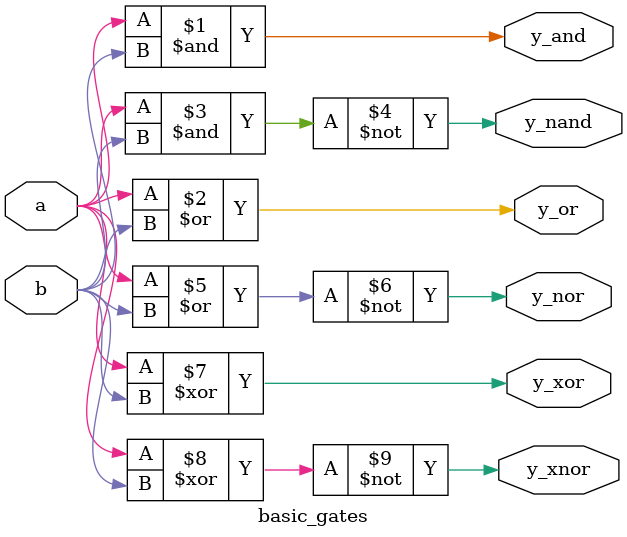
<source format=v>
module basic_gates(
input a,b,
output y_and,y_or,y_nand,y_nor,y_xor,y_xnor
);

and U1(y_and,a,b);
or U2(y_or,a,b);
nand U3(y_nand,a,b);
nor U4(y_nor,a,b);
xor U5(y_xor,a,b);
xnor U6(y_xnor,a,b);

endmodule


</source>
